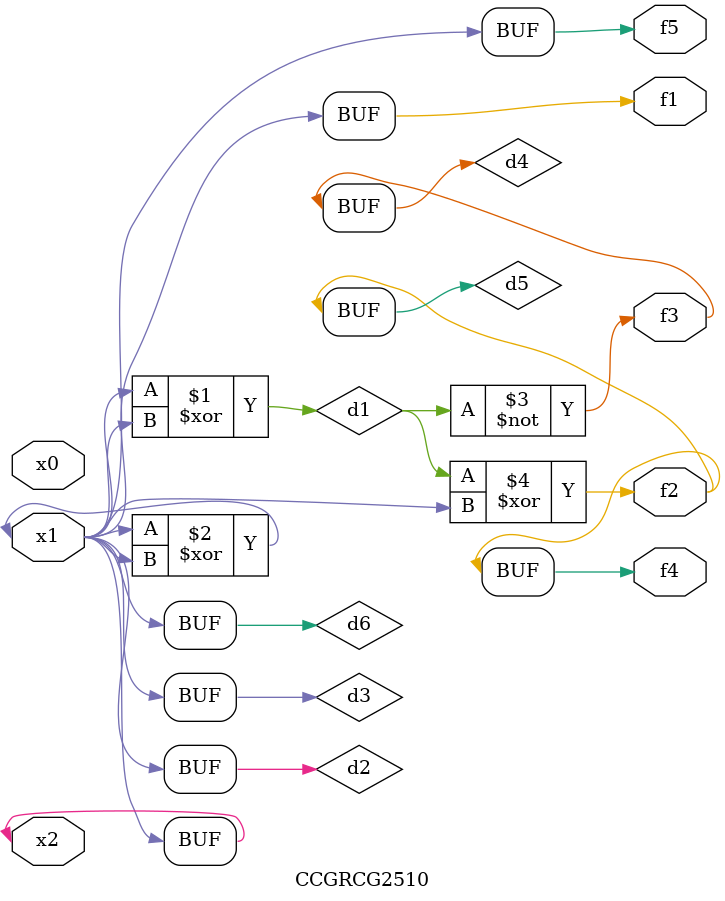
<source format=v>
module CCGRCG2510(
	input x0, x1, x2,
	output f1, f2, f3, f4, f5
);

	wire d1, d2, d3, d4, d5, d6;

	xor (d1, x1, x2);
	buf (d2, x1, x2);
	xor (d3, x1, x2);
	nor (d4, d1);
	xor (d5, d1, d2);
	buf (d6, d2, d3);
	assign f1 = d6;
	assign f2 = d5;
	assign f3 = d4;
	assign f4 = d5;
	assign f5 = d6;
endmodule

</source>
